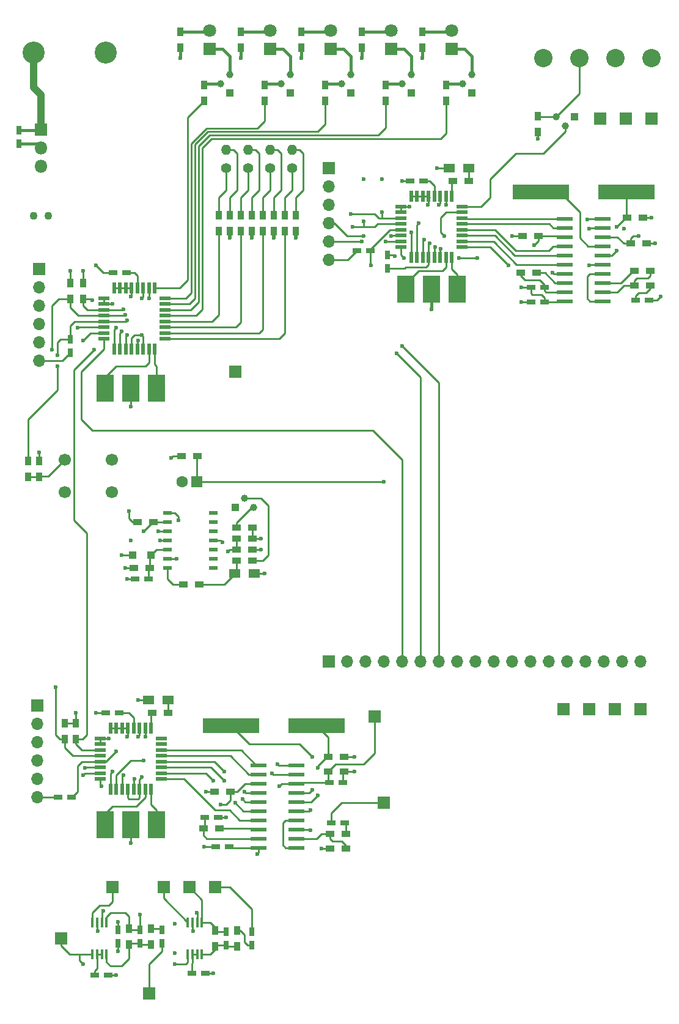
<source format=gbr>
G04 #@! TF.FileFunction,Copper,L1,Top,Signal*
%FSLAX46Y46*%
G04 Gerber Fmt 4.6, Leading zero omitted, Abs format (unit mm)*
G04 Created by KiCad (PCBNEW 4.0.6) date 01/22/18 19:54:51*
%MOMM*%
%LPD*%
G01*
G04 APERTURE LIST*
%ADD10C,0.100000*%
%ADD11C,2.540000*%
%ADD12R,0.550000X1.600000*%
%ADD13R,1.600000X0.550000*%
%ADD14C,1.000000*%
%ADD15R,1.000000X1.000000*%
%ADD16C,1.100000*%
%ADD17R,1.700000X1.700000*%
%ADD18O,1.700000X1.700000*%
%ADD19C,1.700000*%
%ADD20R,2.200000X0.600000*%
%ADD21R,0.450000X1.450000*%
%ADD22R,0.750000X1.200000*%
%ADD23R,1.200000X0.750000*%
%ADD24R,1.600000X1.600000*%
%ADD25C,1.600000*%
%ADD26R,1.500000X1.300000*%
%ADD27C,3.048000*%
%ADD28R,0.900000X1.200000*%
%ADD29R,1.200000X0.900000*%
%ADD30R,1.143000X0.508000*%
%ADD31R,1.800000X1.800000*%
%ADD32C,1.800000*%
%ADD33O,1.800000X1.800000*%
%ADD34R,7.875000X2.000000*%
%ADD35R,2.450000X3.800000*%
%ADD36C,1.400000*%
%ADD37O,1.400000X1.400000*%
%ADD38C,0.600000*%
%ADD39C,0.381000*%
%ADD40C,1.016000*%
%ADD41C,0.250000*%
%ADD42C,0.508000*%
G04 APERTURE END LIST*
D10*
D11*
X270256000Y-19304000D03*
X265256000Y-19304000D03*
X260256000Y-19304000D03*
X255256000Y-19304000D03*
D12*
X236976000Y-46922000D03*
X237776000Y-46922000D03*
X238576000Y-46922000D03*
X239376000Y-46922000D03*
X240176000Y-46922000D03*
X240976000Y-46922000D03*
X241776000Y-46922000D03*
X242576000Y-46922000D03*
D13*
X244026000Y-45472000D03*
X244026000Y-44672000D03*
X244026000Y-43872000D03*
X244026000Y-43072000D03*
X244026000Y-42272000D03*
X244026000Y-41472000D03*
X244026000Y-40672000D03*
X244026000Y-39872000D03*
D12*
X242576000Y-38422000D03*
X241776000Y-38422000D03*
X240976000Y-38422000D03*
X240176000Y-38422000D03*
X239376000Y-38422000D03*
X238576000Y-38422000D03*
X237776000Y-38422000D03*
X236976000Y-38422000D03*
D13*
X235526000Y-39872000D03*
X235526000Y-40672000D03*
X235526000Y-41472000D03*
X235526000Y-42272000D03*
X235526000Y-43072000D03*
X235526000Y-43872000D03*
X235526000Y-44672000D03*
X235526000Y-45472000D03*
D14*
X244094000Y-22860000D03*
X245364000Y-21590000D03*
D15*
X245364000Y-24130000D03*
D16*
X184658000Y-41148000D03*
X186658000Y-41148000D03*
D17*
X225552000Y-102870000D03*
D18*
X228092000Y-102870000D03*
X230632000Y-102870000D03*
X233172000Y-102870000D03*
X235712000Y-102870000D03*
X238252000Y-102870000D03*
X240792000Y-102870000D03*
X243332000Y-102870000D03*
X245872000Y-102870000D03*
X248412000Y-102870000D03*
X250952000Y-102870000D03*
X253492000Y-102870000D03*
X256032000Y-102870000D03*
X258572000Y-102870000D03*
X261112000Y-102870000D03*
X263652000Y-102870000D03*
X266192000Y-102870000D03*
X268732000Y-102870000D03*
D17*
X225552000Y-34544000D03*
D18*
X225552000Y-37084000D03*
X225552000Y-39624000D03*
X225552000Y-42164000D03*
X225552000Y-44704000D03*
X225552000Y-47244000D03*
D17*
X185420000Y-48514000D03*
D18*
X185420000Y-51054000D03*
X185420000Y-53594000D03*
X185420000Y-56134000D03*
X185420000Y-58674000D03*
X185420000Y-61214000D03*
D14*
X258318000Y-28702000D03*
X257048000Y-27432000D03*
D15*
X259588000Y-27432000D03*
D14*
X235712000Y-22860000D03*
X236982000Y-21590000D03*
D15*
X236982000Y-24130000D03*
D14*
X227330000Y-22860000D03*
X228600000Y-21590000D03*
D15*
X228600000Y-24130000D03*
D14*
X218948000Y-22860000D03*
X220218000Y-21590000D03*
D15*
X220218000Y-24130000D03*
D14*
X210566000Y-22860000D03*
X211836000Y-21590000D03*
D15*
X211836000Y-24130000D03*
D14*
X213868000Y-80264000D03*
X215138000Y-81534000D03*
D15*
X212598000Y-81534000D03*
D19*
X195476000Y-79430000D03*
X188976000Y-79430000D03*
X195476000Y-74930000D03*
X188976000Y-74930000D03*
D20*
X215840000Y-128651000D03*
X221040000Y-128651000D03*
X215840000Y-127381000D03*
X221040000Y-127381000D03*
X215840000Y-126111000D03*
X221040000Y-126111000D03*
X215840000Y-124841000D03*
X221040000Y-124841000D03*
X215840000Y-123571000D03*
X221040000Y-123571000D03*
X215840000Y-122301000D03*
X221040000Y-122301000D03*
X215840000Y-121031000D03*
X221040000Y-121031000D03*
X215840000Y-119761000D03*
X221040000Y-119761000D03*
X215840000Y-118491000D03*
X221040000Y-118491000D03*
X215840000Y-117221000D03*
X221040000Y-117221000D03*
D21*
X192827000Y-143424000D03*
X193477000Y-143424000D03*
X194127000Y-143424000D03*
X194777000Y-143424000D03*
X194777000Y-139024000D03*
X194127000Y-139024000D03*
X193477000Y-139024000D03*
X192827000Y-139024000D03*
D22*
X182626000Y-29276000D03*
X182626000Y-31176000D03*
D23*
X268036000Y-52832000D03*
X269936000Y-52832000D03*
X227772000Y-125222000D03*
X225872000Y-125222000D03*
X227518000Y-119634000D03*
X225618000Y-119634000D03*
X255458000Y-51054000D03*
X253558000Y-51054000D03*
X208346000Y-124460000D03*
X210246000Y-124460000D03*
X255458000Y-53086000D03*
X253558000Y-53086000D03*
X211770000Y-128524000D03*
X209870000Y-128524000D03*
X196530000Y-109982000D03*
X194630000Y-109982000D03*
X188026000Y-121666000D03*
X189926000Y-121666000D03*
D24*
X207264000Y-77978000D03*
D25*
X205264000Y-77978000D03*
D23*
X200594000Y-91440000D03*
X198694000Y-91440000D03*
D22*
X214884000Y-142174000D03*
X214884000Y-140274000D03*
X202438000Y-140020000D03*
X202438000Y-141920000D03*
D23*
X206568000Y-146050000D03*
X208468000Y-146050000D03*
X193106000Y-146304000D03*
X195006000Y-146304000D03*
D22*
X211328000Y-140274000D03*
X211328000Y-142174000D03*
X199390000Y-140020000D03*
X199390000Y-141920000D03*
X196342000Y-140020000D03*
X196342000Y-141920000D03*
D26*
X215218000Y-90678000D03*
X212518000Y-90678000D03*
D27*
X184658000Y-18542000D03*
X194658000Y-18542000D03*
D17*
X185166000Y-108966000D03*
D18*
X185166000Y-111506000D03*
X185166000Y-114046000D03*
X185166000Y-116586000D03*
X185166000Y-119126000D03*
X185166000Y-121666000D03*
D28*
X254508000Y-27348000D03*
X254508000Y-29548000D03*
D29*
X266870000Y-41402000D03*
X269070000Y-41402000D03*
X225468000Y-116078000D03*
X227668000Y-116078000D03*
X267886000Y-50800000D03*
X270086000Y-50800000D03*
X225722000Y-126746000D03*
X227922000Y-126746000D03*
X269578000Y-44958000D03*
X267378000Y-44958000D03*
X227668000Y-118110000D03*
X225468000Y-118110000D03*
X267886000Y-48768000D03*
X270086000Y-48768000D03*
X225722000Y-128778000D03*
X227922000Y-128778000D03*
X254338000Y-49022000D03*
X252138000Y-49022000D03*
X210396000Y-125984000D03*
X208196000Y-125984000D03*
X254592000Y-43942000D03*
X252392000Y-43942000D03*
X211920000Y-120904000D03*
X209720000Y-120904000D03*
D28*
X241808000Y-23030000D03*
X241808000Y-25230000D03*
X238506000Y-15664000D03*
X238506000Y-17864000D03*
X233426000Y-23030000D03*
X233426000Y-25230000D03*
X230124000Y-15664000D03*
X230124000Y-17864000D03*
X225044000Y-23030000D03*
X225044000Y-25230000D03*
X221742000Y-15664000D03*
X221742000Y-17864000D03*
X216662000Y-23030000D03*
X216662000Y-25230000D03*
X213360000Y-15664000D03*
X213360000Y-17864000D03*
X208280000Y-23030000D03*
X208280000Y-25230000D03*
X204978000Y-15664000D03*
X204978000Y-17864000D03*
X185420000Y-77300000D03*
X185420000Y-75100000D03*
X183896000Y-75100000D03*
X183896000Y-77300000D03*
X220980000Y-41064000D03*
X220980000Y-43264000D03*
X219456000Y-43264000D03*
X219456000Y-41064000D03*
X217932000Y-41064000D03*
X217932000Y-43264000D03*
X216408000Y-43264000D03*
X216408000Y-41064000D03*
X214884000Y-41064000D03*
X214884000Y-43264000D03*
X213360000Y-43264000D03*
X213360000Y-41064000D03*
X211836000Y-41064000D03*
X211836000Y-43264000D03*
X210312000Y-43264000D03*
X210312000Y-41064000D03*
D29*
X207348000Y-74422000D03*
X205148000Y-74422000D03*
X201252000Y-83566000D03*
X199052000Y-83566000D03*
X200744000Y-89916000D03*
X198544000Y-89916000D03*
X212768000Y-85852000D03*
X214968000Y-85852000D03*
X212768000Y-87376000D03*
X214968000Y-87376000D03*
X207602000Y-92202000D03*
X205402000Y-92202000D03*
X214968000Y-88900000D03*
X212768000Y-88900000D03*
X212768000Y-84328000D03*
X214968000Y-84328000D03*
D28*
X212852000Y-140124000D03*
X212852000Y-142324000D03*
X200914000Y-139870000D03*
X200914000Y-142070000D03*
X209804000Y-142324000D03*
X209804000Y-140124000D03*
X197866000Y-142070000D03*
X197866000Y-139870000D03*
D20*
X258258000Y-52959000D03*
X263458000Y-52959000D03*
X258258000Y-51689000D03*
X263458000Y-51689000D03*
X258258000Y-50419000D03*
X263458000Y-50419000D03*
X258258000Y-49149000D03*
X263458000Y-49149000D03*
X258258000Y-47879000D03*
X263458000Y-47879000D03*
X258258000Y-46609000D03*
X263458000Y-46609000D03*
X258258000Y-45339000D03*
X263458000Y-45339000D03*
X258258000Y-44069000D03*
X263458000Y-44069000D03*
X258258000Y-42799000D03*
X263458000Y-42799000D03*
X258258000Y-41529000D03*
X263458000Y-41529000D03*
D30*
X203200000Y-82296000D03*
X203200000Y-83566000D03*
X203200000Y-84836000D03*
X203200000Y-86106000D03*
X203200000Y-87376000D03*
X203200000Y-88646000D03*
X203200000Y-89916000D03*
X209550000Y-89916000D03*
X209550000Y-88646000D03*
X209550000Y-86106000D03*
X209550000Y-84836000D03*
X209550000Y-83566000D03*
X209550000Y-82296000D03*
X209550000Y-87376000D03*
D21*
X206035000Y-143424000D03*
X206685000Y-143424000D03*
X207335000Y-143424000D03*
X207985000Y-143424000D03*
X207985000Y-139024000D03*
X207335000Y-139024000D03*
X206685000Y-139024000D03*
X206035000Y-139024000D03*
D31*
X242570000Y-18034000D03*
D32*
X242570000Y-15494000D03*
D31*
X234188000Y-18034000D03*
D32*
X234188000Y-15494000D03*
D31*
X225806000Y-18034000D03*
D32*
X225806000Y-15494000D03*
D31*
X217424000Y-18034000D03*
D32*
X217424000Y-15494000D03*
D31*
X209042000Y-18034000D03*
D32*
X209042000Y-15494000D03*
D31*
X185674000Y-29210000D03*
D33*
X185674000Y-31750000D03*
X185674000Y-34290000D03*
D34*
X266795500Y-37846000D03*
X254920500Y-37846000D03*
X223869500Y-111760000D03*
X211994500Y-111760000D03*
D15*
X200894000Y-88138000D03*
X198394000Y-88138000D03*
D17*
X268732000Y-109474000D03*
X265176000Y-109474000D03*
X270256000Y-27686000D03*
X231902000Y-110490000D03*
X266700000Y-27686000D03*
X206248000Y-134112000D03*
X258064000Y-109474000D03*
X195580000Y-134112000D03*
X202692000Y-134112000D03*
X261620000Y-109474000D03*
X188468000Y-141224000D03*
X212598000Y-62738000D03*
X233172000Y-122428000D03*
X263144000Y-27686000D03*
X209804000Y-134112000D03*
X200660000Y-148844000D03*
D22*
X233680000Y-48448000D03*
X233680000Y-46548000D03*
D23*
X238694000Y-36322000D03*
X236794000Y-36322000D03*
X229428000Y-45974000D03*
X231328000Y-45974000D03*
X197546000Y-49022000D03*
X195646000Y-49022000D03*
D22*
X189738000Y-60132000D03*
X189738000Y-58232000D03*
D26*
X200580000Y-108204000D03*
X203280000Y-108204000D03*
X242236000Y-34544000D03*
X244936000Y-34544000D03*
D28*
X188976000Y-111422000D03*
X188976000Y-113622000D03*
X190500000Y-111422000D03*
X190500000Y-113622000D03*
D29*
X203284000Y-109982000D03*
X201084000Y-109982000D03*
X244940000Y-36322000D03*
X242740000Y-36322000D03*
D28*
X189738000Y-50462000D03*
X189738000Y-52662000D03*
X191516000Y-50462000D03*
X191516000Y-52662000D03*
D35*
X194570000Y-125476000D03*
X198120000Y-125476000D03*
X201670000Y-125476000D03*
X236226000Y-51308000D03*
X239776000Y-51308000D03*
X243326000Y-51308000D03*
X194570000Y-65024000D03*
X198120000Y-65024000D03*
X201670000Y-65024000D03*
D12*
X195320000Y-120582000D03*
X196120000Y-120582000D03*
X196920000Y-120582000D03*
X197720000Y-120582000D03*
X198520000Y-120582000D03*
X199320000Y-120582000D03*
X200120000Y-120582000D03*
X200920000Y-120582000D03*
D13*
X202370000Y-119132000D03*
X202370000Y-118332000D03*
X202370000Y-117532000D03*
X202370000Y-116732000D03*
X202370000Y-115932000D03*
X202370000Y-115132000D03*
X202370000Y-114332000D03*
X202370000Y-113532000D03*
D12*
X200920000Y-112082000D03*
X200120000Y-112082000D03*
X199320000Y-112082000D03*
X198520000Y-112082000D03*
X197720000Y-112082000D03*
X196920000Y-112082000D03*
X196120000Y-112082000D03*
X195320000Y-112082000D03*
D13*
X193870000Y-113532000D03*
X193870000Y-114332000D03*
X193870000Y-115132000D03*
X193870000Y-115932000D03*
X193870000Y-116732000D03*
X193870000Y-117532000D03*
X193870000Y-118332000D03*
X193870000Y-119132000D03*
D12*
X195828000Y-59622000D03*
X196628000Y-59622000D03*
X197428000Y-59622000D03*
X198228000Y-59622000D03*
X199028000Y-59622000D03*
X199828000Y-59622000D03*
X200628000Y-59622000D03*
X201428000Y-59622000D03*
D13*
X202878000Y-58172000D03*
X202878000Y-57372000D03*
X202878000Y-56572000D03*
X202878000Y-55772000D03*
X202878000Y-54972000D03*
X202878000Y-54172000D03*
X202878000Y-53372000D03*
X202878000Y-52572000D03*
D12*
X201428000Y-51122000D03*
X200628000Y-51122000D03*
X199828000Y-51122000D03*
X199028000Y-51122000D03*
X198228000Y-51122000D03*
X197428000Y-51122000D03*
X196628000Y-51122000D03*
X195828000Y-51122000D03*
D13*
X194378000Y-52572000D03*
X194378000Y-53372000D03*
X194378000Y-54172000D03*
X194378000Y-54972000D03*
X194378000Y-55772000D03*
X194378000Y-56572000D03*
X194378000Y-57372000D03*
X194378000Y-58172000D03*
D36*
X220472000Y-34544000D03*
D37*
X220472000Y-32004000D03*
D36*
X217424000Y-34544000D03*
D37*
X217424000Y-32004000D03*
D36*
X214376000Y-34544000D03*
D37*
X214376000Y-32004000D03*
D36*
X211328000Y-34544000D03*
D37*
X211328000Y-32004000D03*
D38*
X185420000Y-73914000D03*
X200660000Y-52578000D03*
X191516000Y-48768000D03*
X239522000Y-44958000D03*
X241046000Y-45720000D03*
X199644000Y-57658000D03*
X199644000Y-118872000D03*
X189738000Y-48768000D03*
X190500000Y-109982000D03*
X232918000Y-36068000D03*
X230378000Y-36068000D03*
X200152000Y-113284000D03*
X208534000Y-120904000D03*
X211328000Y-124460000D03*
X215646000Y-129540000D03*
X241808000Y-39624000D03*
X254508000Y-30480000D03*
X220980000Y-44196000D03*
X217932000Y-44196000D03*
X214884000Y-44196000D03*
X211836000Y-44196000D03*
X203708000Y-74676000D03*
X207264000Y-137668000D03*
X204216000Y-139192000D03*
X196342000Y-138938000D03*
X194310000Y-137414000D03*
X202184000Y-86106000D03*
X216154000Y-85852000D03*
X252222000Y-51054000D03*
X250952000Y-43942000D03*
X204978000Y-19304000D03*
X213360000Y-19304000D03*
X221742000Y-19304000D03*
X230124000Y-19304000D03*
X238506000Y-19304000D03*
X268478000Y-43942000D03*
X218694000Y-120142000D03*
X199390000Y-137922000D03*
X271526000Y-52324000D03*
X204724000Y-83312000D03*
X196850000Y-88138000D03*
X196850000Y-57150000D03*
X234950000Y-60198000D03*
X235712000Y-59182000D03*
X196088000Y-56642000D03*
X241554000Y-43942000D03*
X235966000Y-46990000D03*
X243586000Y-46990000D03*
X246126000Y-46990000D03*
X254000000Y-45212000D03*
X210566000Y-122682000D03*
X194056000Y-120142000D03*
X196088000Y-115316000D03*
X187960000Y-60452000D03*
X187960000Y-61976000D03*
X231394000Y-48006000D03*
X197612000Y-55626000D03*
X233172000Y-77978000D03*
X204216000Y-144780000D03*
X191516000Y-144780000D03*
X256540000Y-49022000D03*
X250444000Y-48006000D03*
X223266000Y-116078000D03*
X223266000Y-120650000D03*
X261620000Y-42926000D03*
X236982000Y-43434000D03*
X261366000Y-41656000D03*
X237998000Y-42164000D03*
X209550000Y-119380000D03*
X212598000Y-122428000D03*
X213614000Y-121920000D03*
X211074000Y-119380000D03*
X211074000Y-118110000D03*
X213868000Y-120904000D03*
X217678000Y-118364000D03*
X195580000Y-118110000D03*
X218440000Y-117094000D03*
X199898000Y-116586000D03*
X187706000Y-106426000D03*
X187198000Y-59690000D03*
X228854000Y-42672000D03*
X197358000Y-54864000D03*
X230378000Y-41910000D03*
X192786000Y-52832000D03*
X193040000Y-59690000D03*
X228600000Y-40894000D03*
X197104000Y-54102000D03*
X232918000Y-40640000D03*
X199644000Y-52578000D03*
X197612000Y-57658000D03*
X238760000Y-44450000D03*
X240284000Y-45466000D03*
X193294000Y-48006000D03*
X197866000Y-82042000D03*
X199136000Y-58420000D03*
X229108000Y-116078000D03*
X208280000Y-128524000D03*
X234696000Y-46736000D03*
X193294000Y-109982000D03*
X198120000Y-128016000D03*
X197104000Y-118618000D03*
X198628000Y-119126000D03*
X195072000Y-113538000D03*
X197612000Y-113284000D03*
X199136000Y-113284000D03*
X199136000Y-108204000D03*
X223012000Y-123444000D03*
X229108000Y-118110000D03*
X235712000Y-36322000D03*
X240792000Y-39624000D03*
X236728000Y-39878000D03*
X198120000Y-52324000D03*
X198120000Y-67564000D03*
X195580000Y-53340000D03*
X210820000Y-86360000D03*
X206756000Y-140208000D03*
X204216000Y-143256000D03*
X196088000Y-146304000D03*
X209550000Y-146050000D03*
X196342000Y-143002000D03*
X193548000Y-140208000D03*
X197358000Y-89916000D03*
X197612000Y-91440000D03*
X198120000Y-86106000D03*
X216662000Y-90678000D03*
X216154000Y-87376000D03*
X266446000Y-42926000D03*
X270764000Y-44958000D03*
X270256000Y-41402000D03*
X261620000Y-48006000D03*
X252222000Y-53086000D03*
X239268000Y-39624000D03*
X239776000Y-54102000D03*
X240538000Y-34544000D03*
X204470000Y-88646000D03*
X211582000Y-87630000D03*
X201930000Y-84836000D03*
X265430000Y-45974000D03*
X265430000Y-42672000D03*
X224028000Y-121412000D03*
X224028000Y-117602000D03*
X223012000Y-126238000D03*
X224536000Y-128778000D03*
X199898000Y-84836000D03*
X191770000Y-117602000D03*
X191516000Y-118618000D03*
X230378000Y-43942000D03*
X234188000Y-43942000D03*
X233426000Y-44704000D03*
X230124000Y-44704000D03*
X190754000Y-56642000D03*
X191516000Y-58420000D03*
D39*
X182626000Y-29276000D02*
X185608000Y-29276000D01*
X185608000Y-29276000D02*
X185674000Y-29210000D01*
D40*
X184658000Y-18542000D02*
X184658000Y-23368000D01*
X185674000Y-24384000D02*
X185674000Y-29210000D01*
X184658000Y-23368000D02*
X185674000Y-24384000D01*
D41*
X185420000Y-75100000D02*
X185420000Y-73914000D01*
X200628000Y-51122000D02*
X200628000Y-52546000D01*
X200628000Y-52546000D02*
X200660000Y-52578000D01*
X191516000Y-50462000D02*
X191516000Y-48768000D01*
X239376000Y-46922000D02*
X239376000Y-45104000D01*
X239376000Y-45104000D02*
X239522000Y-44958000D01*
X240976000Y-46922000D02*
X240976000Y-45790000D01*
X240976000Y-45790000D02*
X241046000Y-45720000D01*
X233680000Y-48448000D02*
X236032000Y-48448000D01*
X239376000Y-47898000D02*
X239376000Y-46922000D01*
X239014000Y-48260000D02*
X239376000Y-47898000D01*
X236220000Y-48260000D02*
X239014000Y-48260000D01*
X236032000Y-48448000D02*
X236220000Y-48260000D01*
X198228000Y-59622000D02*
X198228000Y-58058000D01*
X199828000Y-57842000D02*
X199644000Y-57658000D01*
X199828000Y-57842000D02*
X199828000Y-59622000D01*
X198628000Y-57658000D02*
X199644000Y-57658000D01*
X198228000Y-58058000D02*
X198628000Y-57658000D01*
X199320000Y-120582000D02*
X199320000Y-119196000D01*
X199320000Y-119196000D02*
X199644000Y-118872000D01*
X197720000Y-120582000D02*
X197720000Y-121774000D01*
X199320000Y-121736000D02*
X199320000Y-120582000D01*
X199136000Y-121920000D02*
X199320000Y-121736000D01*
X197866000Y-121920000D02*
X199136000Y-121920000D01*
X197720000Y-121774000D02*
X197866000Y-121920000D01*
X189738000Y-50462000D02*
X189738000Y-48768000D01*
X188976000Y-111422000D02*
X190500000Y-111422000D01*
X190500000Y-111422000D02*
X190500000Y-109982000D01*
X200120000Y-112082000D02*
X200120000Y-113252000D01*
X200120000Y-113252000D02*
X200152000Y-113284000D01*
X209720000Y-120904000D02*
X208534000Y-120904000D01*
X210246000Y-124460000D02*
X211328000Y-124460000D01*
X215840000Y-128651000D02*
X215840000Y-129346000D01*
X215840000Y-129346000D02*
X215646000Y-129540000D01*
X215840000Y-128651000D02*
X211897000Y-128651000D01*
X211897000Y-128651000D02*
X211770000Y-128524000D01*
X241776000Y-38422000D02*
X241776000Y-39592000D01*
X241776000Y-39592000D02*
X241808000Y-39624000D01*
X254508000Y-29548000D02*
X254508000Y-30480000D01*
D42*
X220980000Y-43264000D02*
X220980000Y-44196000D01*
X217932000Y-43264000D02*
X217932000Y-44196000D01*
X214884000Y-43264000D02*
X214884000Y-44196000D01*
X211836000Y-43264000D02*
X211836000Y-44196000D01*
D41*
X205148000Y-74422000D02*
X203962000Y-74422000D01*
X203962000Y-74422000D02*
X203708000Y-74676000D01*
X207335000Y-139024000D02*
X207335000Y-137739000D01*
X207335000Y-137739000D02*
X207264000Y-137668000D01*
X196342000Y-140020000D02*
X196342000Y-138938000D01*
X194127000Y-139024000D02*
X194127000Y-137597000D01*
X194127000Y-137597000D02*
X194310000Y-137414000D01*
X203200000Y-86106000D02*
X202184000Y-86106000D01*
X214968000Y-85852000D02*
X216154000Y-85852000D01*
X214968000Y-85852000D02*
X214968000Y-84328000D01*
X253558000Y-51054000D02*
X252222000Y-51054000D01*
X252392000Y-43942000D02*
X250952000Y-43942000D01*
X253558000Y-51054000D02*
X253558000Y-51882000D01*
X255458000Y-52512000D02*
X255458000Y-53086000D01*
X255016000Y-52070000D02*
X255458000Y-52512000D01*
X253746000Y-52070000D02*
X255016000Y-52070000D01*
X253558000Y-51882000D02*
X253746000Y-52070000D01*
X255458000Y-53086000D02*
X258131000Y-53086000D01*
X258131000Y-53086000D02*
X258258000Y-52959000D01*
D39*
X204978000Y-17864000D02*
X204978000Y-19304000D01*
X213360000Y-17864000D02*
X213360000Y-19304000D01*
X221742000Y-17864000D02*
X221742000Y-19304000D01*
X230124000Y-17864000D02*
X230124000Y-19304000D01*
X238506000Y-17864000D02*
X238506000Y-19304000D01*
D41*
X227922000Y-126746000D02*
X227922000Y-125372000D01*
X227922000Y-125372000D02*
X227772000Y-125222000D01*
X263458000Y-44069000D02*
X265557000Y-44069000D01*
X266446000Y-44958000D02*
X267378000Y-44958000D01*
X265557000Y-44069000D02*
X266446000Y-44958000D01*
X267378000Y-44280000D02*
X267378000Y-44958000D01*
X267716000Y-43942000D02*
X267378000Y-44280000D01*
X268478000Y-43942000D02*
X267716000Y-43942000D01*
X199390000Y-140020000D02*
X199390000Y-137922000D01*
X219075000Y-119761000D02*
X221040000Y-119761000D01*
X218694000Y-120142000D02*
X219075000Y-119761000D01*
X225618000Y-119634000D02*
X221167000Y-119634000D01*
X221167000Y-119634000D02*
X221040000Y-119761000D01*
X225468000Y-118110000D02*
X225468000Y-119484000D01*
X225468000Y-119484000D02*
X225618000Y-119634000D01*
X231902000Y-110490000D02*
X231902000Y-115570000D01*
X226484000Y-117094000D02*
X225468000Y-118110000D01*
X230378000Y-117094000D02*
X226484000Y-117094000D01*
X231902000Y-115570000D02*
X230378000Y-117094000D01*
X194777000Y-139024000D02*
X194777000Y-138217000D01*
X197866000Y-138176000D02*
X197866000Y-139870000D01*
X197358000Y-137668000D02*
X197866000Y-138176000D01*
X195326000Y-137668000D02*
X197358000Y-137668000D01*
X194777000Y-138217000D02*
X195326000Y-137668000D01*
X199390000Y-140020000D02*
X198016000Y-140020000D01*
X198016000Y-140020000D02*
X197866000Y-139870000D01*
X208346000Y-124460000D02*
X208346000Y-125834000D01*
X208346000Y-125834000D02*
X208196000Y-125984000D01*
X215840000Y-127381000D02*
X208661000Y-127381000D01*
X208196000Y-126916000D02*
X208196000Y-125984000D01*
X208661000Y-127381000D02*
X208196000Y-126916000D01*
X214884000Y-142174000D02*
X214310000Y-142174000D01*
X213868000Y-140716000D02*
X213276000Y-140124000D01*
X213868000Y-141732000D02*
X213868000Y-140716000D01*
X214310000Y-142174000D02*
X213868000Y-141732000D01*
X213276000Y-140124000D02*
X212852000Y-140124000D01*
X200914000Y-139870000D02*
X202288000Y-139870000D01*
X202288000Y-139870000D02*
X202438000Y-140020000D01*
X271018000Y-52832000D02*
X269936000Y-52832000D01*
X271526000Y-52324000D02*
X271018000Y-52832000D01*
X207985000Y-139024000D02*
X209128000Y-139024000D01*
X209128000Y-139024000D02*
X209804000Y-139700000D01*
X209804000Y-139700000D02*
X209804000Y-140124000D01*
X211328000Y-140274000D02*
X209954000Y-140274000D01*
X209954000Y-140274000D02*
X209804000Y-140124000D01*
X207985000Y-139024000D02*
X207985000Y-135849000D01*
X207985000Y-135849000D02*
X206248000Y-134112000D01*
X193106000Y-146304000D02*
X193106000Y-145730000D01*
X193477000Y-145359000D02*
X193477000Y-143424000D01*
X193106000Y-145730000D02*
X193477000Y-145359000D01*
X194127000Y-143424000D02*
X193477000Y-143424000D01*
X212852000Y-142324000D02*
X211478000Y-142324000D01*
X211478000Y-142324000D02*
X211328000Y-142174000D01*
X211328000Y-142174000D02*
X209954000Y-142174000D01*
X209954000Y-142174000D02*
X209804000Y-142324000D01*
X209804000Y-142324000D02*
X209804000Y-142748000D01*
X209804000Y-142748000D02*
X209128000Y-143424000D01*
X209128000Y-143424000D02*
X207985000Y-143424000D01*
D39*
X225806000Y-18034000D02*
X227584000Y-18034000D01*
X228600000Y-19050000D02*
X228600000Y-21590000D01*
X227584000Y-18034000D02*
X228600000Y-19050000D01*
X221742000Y-15664000D02*
X225636000Y-15664000D01*
X225636000Y-15664000D02*
X225806000Y-15494000D01*
X217424000Y-18034000D02*
X219202000Y-18034000D01*
X220218000Y-19050000D02*
X220218000Y-21590000D01*
X219202000Y-18034000D02*
X220218000Y-19050000D01*
X213360000Y-15664000D02*
X217254000Y-15664000D01*
X217254000Y-15664000D02*
X217424000Y-15494000D01*
X209042000Y-18034000D02*
X210820000Y-18034000D01*
X210820000Y-18034000D02*
X211836000Y-19050000D01*
X211836000Y-19050000D02*
X211836000Y-21590000D01*
X204978000Y-15664000D02*
X208872000Y-15664000D01*
X208872000Y-15664000D02*
X209042000Y-15494000D01*
D41*
X204216000Y-82296000D02*
X203200000Y-82296000D01*
X204724000Y-82804000D02*
X204216000Y-82296000D01*
X204724000Y-83312000D02*
X204724000Y-82804000D01*
X198394000Y-88138000D02*
X196850000Y-88138000D01*
X212518000Y-90678000D02*
X212518000Y-90758000D01*
X212518000Y-90758000D02*
X211074000Y-92202000D01*
X211074000Y-92202000D02*
X207602000Y-92202000D01*
X212768000Y-88900000D02*
X212768000Y-90428000D01*
X212768000Y-90428000D02*
X212518000Y-90678000D01*
X226822000Y-70866000D02*
X231648000Y-70866000D01*
X235712000Y-74930000D02*
X235712000Y-102870000D01*
X231648000Y-70866000D02*
X235712000Y-74930000D01*
X194378000Y-58172000D02*
X194378000Y-59622000D01*
X226822000Y-70866000D02*
X226822000Y-70866000D01*
X226822000Y-70866000D02*
X226822000Y-70866000D01*
X192786000Y-70866000D02*
X226822000Y-70866000D01*
X191262000Y-69342000D02*
X192786000Y-70866000D01*
X191262000Y-62738000D02*
X191262000Y-69342000D01*
X194378000Y-59622000D02*
X191262000Y-62738000D01*
X238252000Y-102870000D02*
X238252000Y-63500000D01*
X196628000Y-57372000D02*
X196628000Y-59622000D01*
X196628000Y-57372000D02*
X196850000Y-57150000D01*
X238252000Y-63500000D02*
X234950000Y-60198000D01*
X195828000Y-59622000D02*
X195828000Y-56902000D01*
X195828000Y-56902000D02*
X196088000Y-56642000D01*
X240792000Y-64262000D02*
X240792000Y-102870000D01*
X235712000Y-59182000D02*
X240792000Y-64262000D01*
X260256000Y-19304000D02*
X260256000Y-24224000D01*
X260256000Y-24224000D02*
X257048000Y-27432000D01*
X257048000Y-27432000D02*
X254592000Y-27432000D01*
X254592000Y-27432000D02*
X254508000Y-27348000D01*
X258318000Y-28702000D02*
X258318000Y-29464000D01*
X246640000Y-39872000D02*
X244026000Y-39872000D01*
X247904000Y-38608000D02*
X246640000Y-39872000D01*
X247904000Y-36068000D02*
X247904000Y-38608000D01*
X251460000Y-32512000D02*
X247904000Y-36068000D01*
X255270000Y-32512000D02*
X251460000Y-32512000D01*
X258318000Y-29464000D02*
X255270000Y-32512000D01*
D39*
X244094000Y-22860000D02*
X241978000Y-22860000D01*
X241978000Y-22860000D02*
X241808000Y-23030000D01*
X235712000Y-22860000D02*
X233596000Y-22860000D01*
X233596000Y-22860000D02*
X233426000Y-23030000D01*
X227330000Y-22860000D02*
X225214000Y-22860000D01*
X225214000Y-22860000D02*
X225044000Y-23030000D01*
X218948000Y-22860000D02*
X216832000Y-22860000D01*
X216832000Y-22860000D02*
X216662000Y-23030000D01*
X210566000Y-22860000D02*
X208450000Y-22860000D01*
X208450000Y-22860000D02*
X208280000Y-23030000D01*
D41*
X214968000Y-88900000D02*
X216408000Y-88900000D01*
X216154000Y-80264000D02*
X213868000Y-80264000D01*
X217170000Y-81280000D02*
X216154000Y-80264000D01*
X217170000Y-88138000D02*
X217170000Y-81280000D01*
X216408000Y-88900000D02*
X217170000Y-88138000D01*
X241776000Y-40672000D02*
X244026000Y-40672000D01*
X241046000Y-41402000D02*
X241776000Y-40672000D01*
X241046000Y-43434000D02*
X241046000Y-41402000D01*
X241554000Y-43942000D02*
X241046000Y-43434000D01*
X215138000Y-81534000D02*
X214884000Y-81534000D01*
X214884000Y-81534000D02*
X212768000Y-83650000D01*
X212768000Y-83650000D02*
X212768000Y-84328000D01*
X254592000Y-43942000D02*
X254592000Y-44620000D01*
X235526000Y-46550000D02*
X235526000Y-45472000D01*
X235966000Y-46990000D02*
X235526000Y-46550000D01*
X246126000Y-46990000D02*
X243586000Y-46990000D01*
X254592000Y-44620000D02*
X254000000Y-45212000D01*
X254592000Y-43942000D02*
X258131000Y-43942000D01*
X258131000Y-43942000D02*
X258258000Y-44069000D01*
X193870000Y-119132000D02*
X193870000Y-119956000D01*
X211920000Y-122090000D02*
X211920000Y-120904000D01*
X211328000Y-122682000D02*
X211920000Y-122090000D01*
X210566000Y-122682000D02*
X211328000Y-122682000D01*
X193870000Y-119956000D02*
X194056000Y-120142000D01*
X215840000Y-119761000D02*
X213995000Y-119761000D01*
X212852000Y-120904000D02*
X211920000Y-120904000D01*
X213995000Y-119761000D02*
X212852000Y-120904000D01*
X202878000Y-54972000D02*
X207156000Y-54972000D01*
X241808000Y-29718000D02*
X241046000Y-30480000D01*
X241046000Y-30480000D02*
X210058000Y-30480000D01*
X241808000Y-29718000D02*
X241808000Y-25230000D01*
X209296000Y-30480000D02*
X210058000Y-30480000D01*
X208026000Y-31750000D02*
X209296000Y-30480000D01*
X208026000Y-54102000D02*
X208026000Y-31750000D01*
X207156000Y-54972000D02*
X208026000Y-54102000D01*
X210058000Y-29972000D02*
X209042000Y-29972000D01*
X233426000Y-28956000D02*
X232410000Y-29972000D01*
X232410000Y-29972000D02*
X210058000Y-29972000D01*
X233426000Y-25230000D02*
X233426000Y-28956000D01*
X206432000Y-54172000D02*
X202878000Y-54172000D01*
X207518000Y-53086000D02*
X206432000Y-54172000D01*
X207518000Y-31496000D02*
X207518000Y-53086000D01*
X209042000Y-29972000D02*
X207518000Y-31496000D01*
X210058000Y-29464000D02*
X208788000Y-29464000D01*
X225044000Y-28448000D02*
X224028000Y-29464000D01*
X224028000Y-29464000D02*
X210058000Y-29464000D01*
X225044000Y-25230000D02*
X225044000Y-28448000D01*
X206216000Y-53372000D02*
X202878000Y-53372000D01*
X207010000Y-52578000D02*
X206216000Y-53372000D01*
X207010000Y-31242000D02*
X207010000Y-52578000D01*
X208788000Y-29464000D02*
X207010000Y-31242000D01*
X210312000Y-29013998D02*
X208601604Y-29013998D01*
X216662000Y-27997998D02*
X215646000Y-29013998D01*
X215646000Y-29013998D02*
X210312000Y-29013998D01*
X216662000Y-25230000D02*
X216662000Y-27997998D01*
X205746000Y-52572000D02*
X202878000Y-52572000D01*
X206502000Y-51816000D02*
X205746000Y-52572000D01*
X206502000Y-31113602D02*
X206502000Y-51816000D01*
X208601604Y-29013998D02*
X206502000Y-31113602D01*
X201428000Y-51122000D02*
X204910000Y-51122000D01*
X205994000Y-27516000D02*
X208280000Y-25230000D01*
X205994000Y-50038000D02*
X205994000Y-27516000D01*
X204910000Y-51122000D02*
X205994000Y-50038000D01*
X254338000Y-49022000D02*
X255524000Y-49022000D01*
X256921000Y-50419000D02*
X258258000Y-50419000D01*
X255524000Y-49022000D02*
X256921000Y-50419000D01*
X183896000Y-75100000D02*
X183896000Y-69342000D01*
X193870000Y-116732000D02*
X194672000Y-116732000D01*
X194672000Y-116732000D02*
X196088000Y-115316000D01*
X189926000Y-121666000D02*
X189992000Y-121666000D01*
X189992000Y-121666000D02*
X190754000Y-120904000D01*
X190754000Y-120904000D02*
X190754000Y-117348000D01*
X190754000Y-117348000D02*
X191370000Y-116732000D01*
X191370000Y-116732000D02*
X193870000Y-116732000D01*
X189738000Y-58232000D02*
X188402000Y-58232000D01*
X188402000Y-58232000D02*
X187960000Y-58674000D01*
X187960000Y-58674000D02*
X187960000Y-60452000D01*
X183896000Y-69342000D02*
X183896000Y-69342000D01*
X187960000Y-61976000D02*
X187960000Y-65278000D01*
X187960000Y-65278000D02*
X183896000Y-69342000D01*
X183896000Y-69342000D02*
X183896000Y-69342000D01*
X183896000Y-69342000D02*
X183896000Y-69342000D01*
X189738000Y-58232000D02*
X189738000Y-56388000D01*
X190354000Y-55772000D02*
X194378000Y-55772000D01*
X189738000Y-56388000D02*
X190354000Y-55772000D01*
X194378000Y-55772000D02*
X197466000Y-55772000D01*
X231328000Y-47940000D02*
X231328000Y-45974000D01*
X231394000Y-48006000D02*
X231328000Y-47940000D01*
X197466000Y-55772000D02*
X197612000Y-55626000D01*
X231328000Y-45974000D02*
X231328000Y-45786000D01*
X231328000Y-45786000D02*
X234042000Y-43072000D01*
X234042000Y-43072000D02*
X235526000Y-43072000D01*
X219456000Y-43264000D02*
X219456000Y-57404000D01*
X218688000Y-58172000D02*
X202878000Y-58172000D01*
X219456000Y-57404000D02*
X218688000Y-58172000D01*
X216408000Y-43264000D02*
X216408000Y-56896000D01*
X215932000Y-57372000D02*
X202878000Y-57372000D01*
X216408000Y-56896000D02*
X215932000Y-57372000D01*
X213360000Y-43264000D02*
X213360000Y-55880000D01*
X212668000Y-56572000D02*
X202878000Y-56572000D01*
X213360000Y-55880000D02*
X212668000Y-56572000D01*
X210312000Y-43264000D02*
X210312000Y-54864000D01*
X209404000Y-55772000D02*
X202878000Y-55772000D01*
X210312000Y-54864000D02*
X209404000Y-55772000D01*
X242576000Y-38422000D02*
X242576000Y-36486000D01*
X242576000Y-36486000D02*
X242740000Y-36322000D01*
X200920000Y-112082000D02*
X200920000Y-110146000D01*
X200920000Y-110146000D02*
X201084000Y-109982000D01*
X200830000Y-111992000D02*
X200920000Y-112082000D01*
X207264000Y-77978000D02*
X233172000Y-77978000D01*
X207348000Y-74422000D02*
X207348000Y-74338000D01*
X207264000Y-77978000D02*
X207264000Y-74506000D01*
X207264000Y-74506000D02*
X207348000Y-74422000D01*
X192827000Y-139024000D02*
X192827000Y-137627000D01*
X195580000Y-136144000D02*
X195580000Y-134112000D01*
X195072000Y-136652000D02*
X195580000Y-136144000D01*
X193802000Y-136652000D02*
X195072000Y-136652000D01*
X192827000Y-137627000D02*
X193802000Y-136652000D01*
X206035000Y-139024000D02*
X206035000Y-138979000D01*
X206035000Y-138979000D02*
X202692000Y-135636000D01*
X202692000Y-135636000D02*
X202692000Y-134112000D01*
X191008000Y-143424000D02*
X191008000Y-144272000D01*
X206035000Y-144485000D02*
X206035000Y-143424000D01*
X205740000Y-144780000D02*
X206035000Y-144485000D01*
X204216000Y-144780000D02*
X205740000Y-144780000D01*
X191008000Y-144272000D02*
X191516000Y-144780000D01*
X206035000Y-143424000D02*
X206035000Y-143469000D01*
X188468000Y-141224000D02*
X188468000Y-142240000D01*
X189652000Y-143424000D02*
X191008000Y-143424000D01*
X191008000Y-143424000D02*
X192827000Y-143424000D01*
X188468000Y-142240000D02*
X189652000Y-143424000D01*
X221040000Y-128651000D02*
X219583000Y-128651000D01*
X219583000Y-124841000D02*
X221040000Y-124841000D01*
X219202000Y-125222000D02*
X219583000Y-124841000D01*
X219202000Y-128270000D02*
X219202000Y-125222000D01*
X219583000Y-128651000D02*
X219202000Y-128270000D01*
X244026000Y-45472000D02*
X247910000Y-45472000D01*
X256667000Y-49149000D02*
X258258000Y-49149000D01*
X256540000Y-49022000D02*
X256667000Y-49149000D01*
X247910000Y-45472000D02*
X250444000Y-48006000D01*
X258258000Y-47879000D02*
X251587000Y-47879000D01*
X248380000Y-44672000D02*
X244026000Y-44672000D01*
X251587000Y-47879000D02*
X248380000Y-44672000D01*
X244026000Y-43872000D02*
X248596000Y-43872000D01*
X251333000Y-46609000D02*
X258258000Y-46609000D01*
X248596000Y-43872000D02*
X251333000Y-46609000D01*
X258258000Y-45339000D02*
X256667000Y-45339000D01*
X248558000Y-43072000D02*
X244026000Y-43072000D01*
X251460000Y-45974000D02*
X248558000Y-43072000D01*
X256032000Y-45974000D02*
X251460000Y-45974000D01*
X256667000Y-45339000D02*
X256032000Y-45974000D01*
X221040000Y-121031000D02*
X222885000Y-121031000D01*
X214534500Y-114300000D02*
X211994500Y-111760000D01*
X221488000Y-114300000D02*
X214534500Y-114300000D01*
X223266000Y-116078000D02*
X221488000Y-114300000D01*
X222885000Y-121031000D02*
X223266000Y-120650000D01*
X258258000Y-42799000D02*
X256667000Y-42799000D01*
X256140000Y-42272000D02*
X244026000Y-42272000D01*
X256667000Y-42799000D02*
X256140000Y-42272000D01*
X236976000Y-46922000D02*
X236976000Y-43440000D01*
X261747000Y-42799000D02*
X263458000Y-42799000D01*
X261620000Y-42926000D02*
X261747000Y-42799000D01*
X236976000Y-43440000D02*
X236982000Y-43434000D01*
X258258000Y-41529000D02*
X244083000Y-41529000D01*
X244083000Y-41529000D02*
X244026000Y-41472000D01*
X237776000Y-46922000D02*
X237776000Y-42386000D01*
X261493000Y-41529000D02*
X263458000Y-41529000D01*
X261366000Y-41656000D02*
X261493000Y-41529000D01*
X237776000Y-42386000D02*
X237998000Y-42164000D01*
X202370000Y-119132000D02*
X205492000Y-119132000D01*
X213233000Y-124841000D02*
X215840000Y-124841000D01*
X211836000Y-123444000D02*
X213233000Y-124841000D01*
X209804000Y-123444000D02*
X211836000Y-123444000D01*
X205492000Y-119132000D02*
X209804000Y-123444000D01*
X215840000Y-123571000D02*
X213741000Y-123571000D01*
X208502000Y-118332000D02*
X202370000Y-118332000D01*
X209550000Y-119380000D02*
X208502000Y-118332000D01*
X213741000Y-123571000D02*
X212598000Y-122428000D01*
X202370000Y-117532000D02*
X209226000Y-117532000D01*
X213995000Y-122301000D02*
X215840000Y-122301000D01*
X213614000Y-121920000D02*
X213995000Y-122301000D01*
X209226000Y-117532000D02*
X211074000Y-119380000D01*
X215840000Y-121031000D02*
X213995000Y-121031000D01*
X209696000Y-116732000D02*
X202370000Y-116732000D01*
X211074000Y-118110000D02*
X209696000Y-116732000D01*
X213995000Y-121031000D02*
X213868000Y-120904000D01*
X215840000Y-118491000D02*
X214503000Y-118491000D01*
X211944000Y-115932000D02*
X202370000Y-115932000D01*
X214503000Y-118491000D02*
X211944000Y-115932000D01*
X195320000Y-120582000D02*
X195320000Y-118370000D01*
X217805000Y-118491000D02*
X221040000Y-118491000D01*
X217678000Y-118364000D02*
X217805000Y-118491000D01*
X195320000Y-118370000D02*
X195580000Y-118110000D01*
X215840000Y-117221000D02*
X215519000Y-117221000D01*
X215519000Y-117221000D02*
X213430000Y-115132000D01*
X213430000Y-115132000D02*
X202370000Y-115132000D01*
X196120000Y-120582000D02*
X196120000Y-118586000D01*
X218567000Y-117221000D02*
X221040000Y-117221000D01*
X218440000Y-117094000D02*
X218567000Y-117221000D01*
X198120000Y-116586000D02*
X199898000Y-116586000D01*
X196120000Y-118586000D02*
X198120000Y-116586000D01*
X189738000Y-52662000D02*
X188130000Y-52662000D01*
X188298000Y-113622000D02*
X188976000Y-113622000D01*
X187706000Y-113030000D02*
X188298000Y-113622000D01*
X187706000Y-106426000D02*
X187706000Y-113030000D01*
X187198000Y-53594000D02*
X187198000Y-59690000D01*
X188130000Y-52662000D02*
X187198000Y-53594000D01*
X189738000Y-52662000D02*
X189738000Y-53848000D01*
X190862000Y-54972000D02*
X194378000Y-54972000D01*
X189738000Y-53848000D02*
X190862000Y-54972000D01*
X188976000Y-113622000D02*
X188976000Y-114808000D01*
X188976000Y-114808000D02*
X190100000Y-115932000D01*
X190100000Y-115932000D02*
X193870000Y-115932000D01*
X194378000Y-54972000D02*
X197250000Y-54972000D01*
X228854000Y-42672000D02*
X230378000Y-42672000D01*
X197250000Y-54972000D02*
X197358000Y-54864000D01*
X230378000Y-41910000D02*
X230378000Y-42672000D01*
X235526000Y-42272000D02*
X232302000Y-42272000D01*
X231902000Y-42672000D02*
X230378000Y-42672000D01*
X232302000Y-42272000D02*
X231902000Y-42672000D01*
X190500000Y-113622000D02*
X191432000Y-113622000D01*
X192616000Y-52662000D02*
X191516000Y-52662000D01*
X192786000Y-52832000D02*
X192616000Y-52662000D01*
X190246000Y-62484000D02*
X193040000Y-59690000D01*
X190246000Y-83312000D02*
X190246000Y-62484000D01*
X192024000Y-85090000D02*
X190246000Y-83312000D01*
X192024000Y-113030000D02*
X192024000Y-85090000D01*
X191432000Y-113622000D02*
X192024000Y-113030000D01*
X191516000Y-52662000D02*
X191516000Y-53594000D01*
X191516000Y-53594000D02*
X192094000Y-54172000D01*
X192094000Y-54172000D02*
X194378000Y-54172000D01*
X190500000Y-113622000D02*
X190500000Y-114300000D01*
X191332000Y-115132000D02*
X193870000Y-115132000D01*
X190500000Y-114300000D02*
X191332000Y-115132000D01*
X232480000Y-41472000D02*
X231902000Y-40894000D01*
X231902000Y-40894000D02*
X228600000Y-40894000D01*
X232918000Y-41472000D02*
X232480000Y-41472000D01*
X197034000Y-54172000D02*
X194378000Y-54172000D01*
X197104000Y-54102000D02*
X197034000Y-54172000D01*
X232918000Y-40640000D02*
X232918000Y-41472000D01*
X235526000Y-41472000D02*
X232918000Y-41472000D01*
D39*
X182626000Y-31176000D02*
X185100000Y-31176000D01*
X185100000Y-31176000D02*
X185674000Y-31750000D01*
D41*
X199828000Y-51122000D02*
X199828000Y-52394000D01*
X199828000Y-52394000D02*
X199644000Y-52578000D01*
X197428000Y-59622000D02*
X197428000Y-57842000D01*
X197428000Y-57842000D02*
X197612000Y-57658000D01*
X238576000Y-46922000D02*
X238576000Y-44634000D01*
X238576000Y-44634000D02*
X238760000Y-44450000D01*
X240176000Y-46922000D02*
X240176000Y-45574000D01*
X240176000Y-45574000D02*
X240284000Y-45466000D01*
X195646000Y-49022000D02*
X194310000Y-49022000D01*
X194310000Y-49022000D02*
X193294000Y-48006000D01*
X199052000Y-83566000D02*
X198374000Y-83566000D01*
X197866000Y-83058000D02*
X197866000Y-82042000D01*
X198374000Y-83566000D02*
X197866000Y-83058000D01*
X199028000Y-58528000D02*
X199136000Y-58420000D01*
X199028000Y-58528000D02*
X199028000Y-59622000D01*
X227668000Y-116078000D02*
X229108000Y-116078000D01*
X227518000Y-119634000D02*
X227518000Y-118260000D01*
X227518000Y-118260000D02*
X227668000Y-118110000D01*
X209870000Y-128524000D02*
X208280000Y-128524000D01*
X233680000Y-46548000D02*
X234508000Y-46548000D01*
X234508000Y-46548000D02*
X234696000Y-46736000D01*
X194630000Y-109982000D02*
X193294000Y-109982000D01*
X198120000Y-125476000D02*
X198120000Y-128016000D01*
X196920000Y-120582000D02*
X196920000Y-118802000D01*
X196920000Y-118802000D02*
X197104000Y-118618000D01*
X198520000Y-120582000D02*
X198520000Y-119234000D01*
X198520000Y-119234000D02*
X198628000Y-119126000D01*
X193870000Y-113532000D02*
X195066000Y-113532000D01*
X195066000Y-113532000D02*
X195072000Y-113538000D01*
X193870000Y-114332000D02*
X193870000Y-113532000D01*
X197720000Y-112082000D02*
X197720000Y-113176000D01*
X197720000Y-113176000D02*
X197612000Y-113284000D01*
X195320000Y-112082000D02*
X196120000Y-112082000D01*
X196120000Y-112082000D02*
X196920000Y-112082000D01*
X196920000Y-112082000D02*
X197720000Y-112082000D01*
X199320000Y-112082000D02*
X199320000Y-113100000D01*
X199320000Y-113100000D02*
X199136000Y-113284000D01*
X200580000Y-108204000D02*
X199136000Y-108204000D01*
X221040000Y-123571000D02*
X222885000Y-123571000D01*
X222885000Y-123571000D02*
X223012000Y-123444000D01*
X227668000Y-118110000D02*
X229108000Y-118110000D01*
X236794000Y-36322000D02*
X235712000Y-36322000D01*
X240976000Y-38422000D02*
X240976000Y-39440000D01*
X240976000Y-39440000D02*
X240792000Y-39624000D01*
X235526000Y-39872000D02*
X236722000Y-39872000D01*
X236722000Y-39872000D02*
X236728000Y-39878000D01*
X198228000Y-51122000D02*
X198228000Y-52216000D01*
X198228000Y-52216000D02*
X198120000Y-52324000D01*
X198120000Y-65024000D02*
X198120000Y-67564000D01*
X194378000Y-53372000D02*
X195548000Y-53372000D01*
X195548000Y-53372000D02*
X195580000Y-53340000D01*
X196628000Y-51122000D02*
X197428000Y-51122000D01*
X198228000Y-51122000D02*
X197428000Y-51122000D01*
X195828000Y-51122000D02*
X196628000Y-51122000D01*
X194378000Y-53372000D02*
X194378000Y-52572000D01*
X209550000Y-86106000D02*
X210566000Y-86106000D01*
X210566000Y-86106000D02*
X210820000Y-86360000D01*
X206685000Y-139024000D02*
X206685000Y-140137000D01*
X206685000Y-140137000D02*
X206756000Y-140208000D01*
X195006000Y-146304000D02*
X196088000Y-146304000D01*
X208468000Y-146050000D02*
X209550000Y-146050000D01*
X196342000Y-141920000D02*
X196342000Y-143002000D01*
X193477000Y-139024000D02*
X193477000Y-140137000D01*
X193477000Y-140137000D02*
X193548000Y-140208000D01*
X198544000Y-89916000D02*
X197358000Y-89916000D01*
X198694000Y-91440000D02*
X197612000Y-91440000D01*
X215218000Y-90678000D02*
X216662000Y-90678000D01*
X214968000Y-87376000D02*
X216154000Y-87376000D01*
X269578000Y-44958000D02*
X270764000Y-44958000D01*
X269070000Y-41402000D02*
X270256000Y-41402000D01*
X263458000Y-47879000D02*
X261747000Y-47879000D01*
X261747000Y-47879000D02*
X261620000Y-48006000D01*
X253558000Y-53086000D02*
X252222000Y-53086000D01*
X239376000Y-38422000D02*
X239376000Y-39516000D01*
X239376000Y-39516000D02*
X239268000Y-39624000D01*
D39*
X239776000Y-51308000D02*
X239776000Y-54102000D01*
D41*
X242236000Y-34544000D02*
X240538000Y-34544000D01*
X236976000Y-38422000D02*
X237776000Y-38422000D01*
X237776000Y-38422000D02*
X238576000Y-38422000D01*
X238576000Y-38422000D02*
X239376000Y-38422000D01*
X239522000Y-38568000D02*
X239376000Y-38422000D01*
X235526000Y-39872000D02*
X235526000Y-40672000D01*
X212768000Y-87376000D02*
X211836000Y-87376000D01*
X204470000Y-88646000D02*
X203200000Y-88646000D01*
X211836000Y-87376000D02*
X211582000Y-87630000D01*
X212768000Y-85852000D02*
X212768000Y-87376000D01*
X270086000Y-50800000D02*
X270086000Y-51224000D01*
X270086000Y-51224000D02*
X269494000Y-51816000D01*
X269494000Y-51816000D02*
X268478000Y-51816000D01*
X268478000Y-51816000D02*
X268036000Y-52258000D01*
X268036000Y-52258000D02*
X268036000Y-52832000D01*
X225872000Y-125222000D02*
X225872000Y-123886000D01*
X227330000Y-122428000D02*
X233172000Y-122428000D01*
X225872000Y-123886000D02*
X227330000Y-122428000D01*
X252138000Y-49022000D02*
X252138000Y-49446000D01*
X252138000Y-49446000D02*
X252730000Y-50038000D01*
X252730000Y-50038000D02*
X254762000Y-50038000D01*
X254762000Y-50038000D02*
X255458000Y-50734000D01*
X255458000Y-50734000D02*
X255458000Y-51054000D01*
X255458000Y-51054000D02*
X255458000Y-51496000D01*
X255651000Y-51689000D02*
X258258000Y-51689000D01*
X255458000Y-51496000D02*
X255651000Y-51689000D01*
X201930000Y-84836000D02*
X203200000Y-84836000D01*
X200594000Y-91440000D02*
X200594000Y-90066000D01*
X200594000Y-90066000D02*
X200744000Y-89916000D01*
X200744000Y-89916000D02*
X200744000Y-88288000D01*
X200744000Y-88288000D02*
X200894000Y-88138000D01*
X203200000Y-87376000D02*
X201656000Y-87376000D01*
X201656000Y-87376000D02*
X200894000Y-88138000D01*
X206568000Y-146050000D02*
X206568000Y-144714000D01*
X206685000Y-144597000D02*
X206685000Y-143424000D01*
X206568000Y-144714000D02*
X206685000Y-144597000D01*
X206685000Y-143424000D02*
X207335000Y-143424000D01*
X197866000Y-142070000D02*
X197866000Y-144018000D01*
X194777000Y-144485000D02*
X194777000Y-143424000D01*
X195326000Y-145034000D02*
X194777000Y-144485000D01*
X196850000Y-145034000D02*
X195326000Y-145034000D01*
X197866000Y-144018000D02*
X196850000Y-145034000D01*
X200914000Y-142070000D02*
X199540000Y-142070000D01*
X199540000Y-142070000D02*
X199390000Y-141920000D01*
X199390000Y-141920000D02*
X198016000Y-141920000D01*
X198016000Y-141920000D02*
X197866000Y-142070000D01*
D39*
X242570000Y-18034000D02*
X244348000Y-18034000D01*
X245364000Y-19050000D02*
X245364000Y-21590000D01*
X244348000Y-18034000D02*
X245364000Y-19050000D01*
X238506000Y-15664000D02*
X242400000Y-15664000D01*
X242400000Y-15664000D02*
X242570000Y-15494000D01*
X234188000Y-18034000D02*
X235966000Y-18034000D01*
X236982000Y-19050000D02*
X236982000Y-21590000D01*
X235966000Y-18034000D02*
X236982000Y-19050000D01*
X230124000Y-15664000D02*
X234018000Y-15664000D01*
X234018000Y-15664000D02*
X234188000Y-15494000D01*
D41*
X266700000Y-41402000D02*
X265430000Y-42672000D01*
X264795000Y-46609000D02*
X263458000Y-46609000D01*
X265430000Y-45974000D02*
X264795000Y-46609000D01*
X266795500Y-37846000D02*
X266795500Y-41327500D01*
X225468000Y-116078000D02*
X225298000Y-116078000D01*
X225298000Y-116078000D02*
X224028000Y-117348000D01*
X223139000Y-122301000D02*
X221040000Y-122301000D01*
X224028000Y-121412000D02*
X223139000Y-122301000D01*
X224028000Y-117348000D02*
X224028000Y-117602000D01*
X225468000Y-116078000D02*
X225468000Y-113358500D01*
X225468000Y-113358500D02*
X223869500Y-111760000D01*
X270086000Y-48768000D02*
X270086000Y-49446000D01*
X267886000Y-50122000D02*
X267886000Y-50800000D01*
X268224000Y-49784000D02*
X267886000Y-50122000D01*
X269748000Y-49784000D02*
X268224000Y-49784000D01*
X270086000Y-49446000D02*
X269748000Y-49784000D01*
X263458000Y-51689000D02*
X265557000Y-51689000D01*
X266446000Y-50800000D02*
X267886000Y-50800000D01*
X265557000Y-51689000D02*
X266446000Y-50800000D01*
X225722000Y-126746000D02*
X224536000Y-126746000D01*
X223901000Y-127381000D02*
X221040000Y-127381000D01*
X224536000Y-126746000D02*
X223901000Y-127381000D01*
X225722000Y-126746000D02*
X225722000Y-127424000D01*
X227330000Y-127762000D02*
X227922000Y-128354000D01*
X226060000Y-127762000D02*
X227330000Y-127762000D01*
X225722000Y-127424000D02*
X226060000Y-127762000D01*
X227922000Y-128354000D02*
X227922000Y-128778000D01*
X267886000Y-48768000D02*
X267716000Y-48768000D01*
X267716000Y-48768000D02*
X266065000Y-50419000D01*
X266065000Y-50419000D02*
X263458000Y-50419000D01*
X225722000Y-128778000D02*
X224536000Y-128778000D01*
X222885000Y-126111000D02*
X221040000Y-126111000D01*
X223012000Y-126238000D02*
X222885000Y-126111000D01*
X215713000Y-125984000D02*
X210396000Y-125984000D01*
X215713000Y-125984000D02*
X215840000Y-126111000D01*
X188976000Y-74930000D02*
X186690000Y-77216000D01*
X186690000Y-77216000D02*
X185504000Y-77216000D01*
X185504000Y-77216000D02*
X185420000Y-77300000D01*
X185420000Y-77300000D02*
X183896000Y-77300000D01*
X199898000Y-84836000D02*
X201168000Y-83566000D01*
X201168000Y-83566000D02*
X201252000Y-83566000D01*
X201252000Y-83566000D02*
X203200000Y-83566000D01*
X205402000Y-92202000D02*
X203962000Y-92202000D01*
X203200000Y-91440000D02*
X203200000Y-89916000D01*
X203962000Y-92202000D02*
X203200000Y-91440000D01*
X263458000Y-52959000D02*
X261747000Y-52959000D01*
X261747000Y-49149000D02*
X263458000Y-49149000D01*
X261366000Y-49530000D02*
X261747000Y-49149000D01*
X261366000Y-52578000D02*
X261366000Y-49530000D01*
X261747000Y-52959000D02*
X261366000Y-52578000D01*
X254920500Y-37846000D02*
X257556000Y-37846000D01*
X257556000Y-37846000D02*
X260350000Y-40640000D01*
X260350000Y-40640000D02*
X260350000Y-44196000D01*
X260350000Y-44196000D02*
X261493000Y-45339000D01*
X261493000Y-45339000D02*
X263458000Y-45339000D01*
X214884000Y-140274000D02*
X214884000Y-137160000D01*
X211836000Y-134112000D02*
X209804000Y-134112000D01*
X214884000Y-137160000D02*
X211836000Y-134112000D01*
X202438000Y-141920000D02*
X202438000Y-143002000D01*
X200660000Y-144780000D02*
X200660000Y-148844000D01*
X202438000Y-143002000D02*
X200660000Y-144780000D01*
X196530000Y-109982000D02*
X197866000Y-109982000D01*
X198520000Y-110636000D02*
X198520000Y-112082000D01*
X197866000Y-109982000D02*
X198520000Y-110636000D01*
X238694000Y-36322000D02*
X239522000Y-36322000D01*
X240176000Y-36976000D02*
X240176000Y-38422000D01*
X239522000Y-36322000D02*
X240176000Y-36976000D01*
X197546000Y-49022000D02*
X198628000Y-49022000D01*
X199028000Y-49422000D02*
X199028000Y-51122000D01*
X198628000Y-49022000D02*
X199028000Y-49422000D01*
X203284000Y-109982000D02*
X203284000Y-108208000D01*
X203284000Y-108208000D02*
X203280000Y-108204000D01*
X244940000Y-36322000D02*
X244940000Y-34548000D01*
X244940000Y-34548000D02*
X244936000Y-34544000D01*
X200120000Y-120582000D02*
X200120000Y-121698000D01*
X195580000Y-122936000D02*
X194570000Y-123946000D01*
X198882000Y-122936000D02*
X195580000Y-122936000D01*
X200120000Y-121698000D02*
X198882000Y-122936000D01*
X194570000Y-123946000D02*
X194570000Y-125476000D01*
X194570000Y-125476000D02*
X194570000Y-124708000D01*
X201670000Y-125476000D02*
X201670000Y-123438000D01*
X200920000Y-122688000D02*
X200920000Y-120582000D01*
X201670000Y-123438000D02*
X200920000Y-122688000D01*
X236226000Y-51308000D02*
X236226000Y-50540000D01*
X236226000Y-50540000D02*
X237998000Y-48768000D01*
X237998000Y-48768000D02*
X241300000Y-48768000D01*
X241300000Y-48768000D02*
X241776000Y-48292000D01*
X241776000Y-48292000D02*
X241776000Y-46922000D01*
X243326000Y-51308000D02*
X243326000Y-49270000D01*
X242576000Y-48520000D02*
X242576000Y-46922000D01*
X243326000Y-49270000D02*
X242576000Y-48520000D01*
X194570000Y-65024000D02*
X194570000Y-63494000D01*
X194570000Y-63494000D02*
X196088000Y-61976000D01*
X196088000Y-61976000D02*
X200152000Y-61976000D01*
X200152000Y-61976000D02*
X200628000Y-61500000D01*
X200628000Y-61500000D02*
X200628000Y-59622000D01*
X201670000Y-65024000D02*
X201670000Y-61982000D01*
X201428000Y-61740000D02*
X201428000Y-59622000D01*
X201670000Y-61982000D02*
X201428000Y-61740000D01*
X185166000Y-121666000D02*
X188026000Y-121666000D01*
X225552000Y-47244000D02*
X228158000Y-47244000D01*
X228158000Y-47244000D02*
X229428000Y-45974000D01*
X185420000Y-61214000D02*
X188656000Y-61214000D01*
X188656000Y-61214000D02*
X189738000Y-60132000D01*
X191840000Y-117532000D02*
X193870000Y-117532000D01*
X191770000Y-117602000D02*
X191840000Y-117532000D01*
X191802000Y-118332000D02*
X193870000Y-118332000D01*
X191516000Y-118618000D02*
X191802000Y-118332000D01*
X225552000Y-42164000D02*
X226314000Y-42164000D01*
X226314000Y-42164000D02*
X228092000Y-43942000D01*
X228092000Y-43942000D02*
X230378000Y-43942000D01*
X234188000Y-43942000D02*
X234258000Y-43872000D01*
X234258000Y-43872000D02*
X235526000Y-43872000D01*
X225552000Y-44704000D02*
X230124000Y-44704000D01*
X233458000Y-44672000D02*
X235526000Y-44672000D01*
X233426000Y-44704000D02*
X233458000Y-44672000D01*
X190824000Y-56572000D02*
X194378000Y-56572000D01*
X190754000Y-56642000D02*
X190824000Y-56572000D01*
X192564000Y-57372000D02*
X194378000Y-57372000D01*
X191516000Y-58420000D02*
X192564000Y-57372000D01*
X220472000Y-34544000D02*
X220472000Y-37592000D01*
X219456000Y-38608000D02*
X219456000Y-41064000D01*
X220472000Y-37592000D02*
X219456000Y-38608000D01*
X220472000Y-32004000D02*
X221488000Y-32004000D01*
X220980000Y-38608000D02*
X220980000Y-41064000D01*
X221996000Y-37592000D02*
X220980000Y-38608000D01*
X221996000Y-32512000D02*
X221996000Y-37592000D01*
X221488000Y-32004000D02*
X221996000Y-32512000D01*
X217424000Y-34544000D02*
X217424000Y-37592000D01*
X216408000Y-38608000D02*
X216408000Y-41064000D01*
X217424000Y-37592000D02*
X216408000Y-38608000D01*
X217424000Y-32004000D02*
X218440000Y-32004000D01*
X217932000Y-38608000D02*
X217932000Y-41064000D01*
X218948000Y-37592000D02*
X217932000Y-38608000D01*
X218948000Y-32512000D02*
X218948000Y-37592000D01*
X218440000Y-32004000D02*
X218948000Y-32512000D01*
X214376000Y-34544000D02*
X214376000Y-37592000D01*
X213360000Y-38608000D02*
X213360000Y-41064000D01*
X214376000Y-37592000D02*
X213360000Y-38608000D01*
X214376000Y-32004000D02*
X215392000Y-32004000D01*
X214884000Y-38608000D02*
X214884000Y-41064000D01*
X215900000Y-37592000D02*
X214884000Y-38608000D01*
X215900000Y-32512000D02*
X215900000Y-37592000D01*
X215392000Y-32004000D02*
X215900000Y-32512000D01*
X211328000Y-34544000D02*
X211328000Y-37592000D01*
X210312000Y-38608000D02*
X210312000Y-41064000D01*
X211328000Y-37592000D02*
X210312000Y-38608000D01*
X211328000Y-32004000D02*
X212344000Y-32004000D01*
X211836000Y-38608000D02*
X211836000Y-41064000D01*
X212852000Y-37592000D02*
X211836000Y-38608000D01*
X212852000Y-32512000D02*
X212852000Y-37592000D01*
X212344000Y-32004000D02*
X212852000Y-32512000D01*
M02*

</source>
